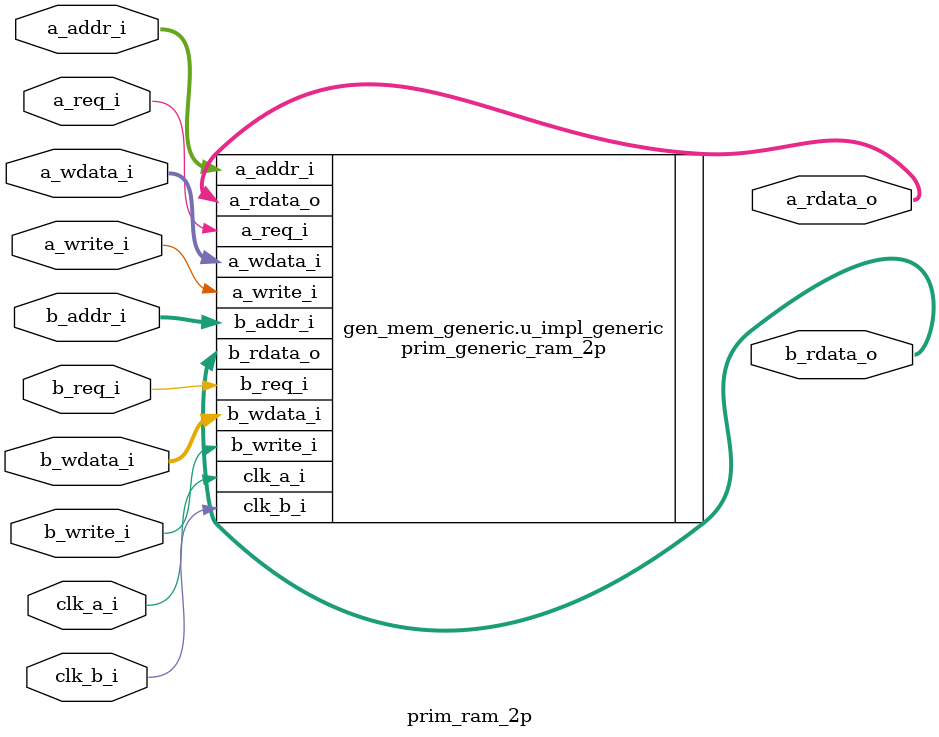
<source format=v>
module prim_ram_2p (
	clk_a_i,
	clk_b_i,
	a_req_i,
	a_write_i,
	a_addr_i,
	a_wdata_i,
	a_rdata_o,
	b_req_i,
	b_write_i,
	b_addr_i,
	b_wdata_i,
	b_rdata_o
);
	localparam prim_pkg_ImplGeneric = 0;
	parameter integer Impl = prim_pkg_ImplGeneric;
	parameter signed [31:0] Width = 32;
	parameter signed [31:0] Depth = 128;
	parameter signed [31:0] Aw = $clog2(Depth);
	input clk_a_i;
	input clk_b_i;
	input a_req_i;
	input a_write_i;
	input [(Aw - 1):0] a_addr_i;
	input [(Width - 1):0] a_wdata_i;
	output wire [(Width - 1):0] a_rdata_o;
	input b_req_i;
	input b_write_i;
	input [(Aw - 1):0] b_addr_i;
	input [(Width - 1):0] b_wdata_i;
	output wire [(Width - 1):0] b_rdata_o;
	localparam ImplGeneric = 0;
	localparam ImplXilinx = 1;
	generate
		if ((Impl == ImplGeneric)) begin : gen_mem_generic
			prim_generic_ram_2p #(
				.Width(Width),
				.Depth(Depth)
			) u_impl_generic(
				.clk_a_i(clk_a_i),
				.clk_b_i(clk_b_i),
				.a_req_i(a_req_i),
				.a_write_i(a_write_i),
				.a_addr_i(a_addr_i),
				.a_wdata_i(a_wdata_i),
				.a_rdata_o(a_rdata_o),
				.b_req_i(b_req_i),
				.b_write_i(b_write_i),
				.b_addr_i(b_addr_i),
				.b_wdata_i(b_wdata_i),
				.b_rdata_o(b_rdata_o)
			);
		end
		else if ((Impl == ImplXilinx)) begin : gen_mem_xilinx
			prim_xilinx_ram_2p #(
				.Width(Width),
				.Depth(Depth)
			) u_impl_xilinx(
				.clk_a_i(clk_a_i),
				.clk_b_i(clk_b_i),
				.a_req_i(a_req_i),
				.a_write_i(a_write_i),
				.a_addr_i(a_addr_i),
				.a_wdata_i(a_wdata_i),
				.a_rdata_o(a_rdata_o),
				.b_req_i(b_req_i),
				.b_write_i(b_write_i),
				.b_addr_i(b_addr_i),
				.b_wdata_i(b_wdata_i),
				.b_rdata_o(b_rdata_o)
			);
		end
	endgenerate
endmodule

</source>
